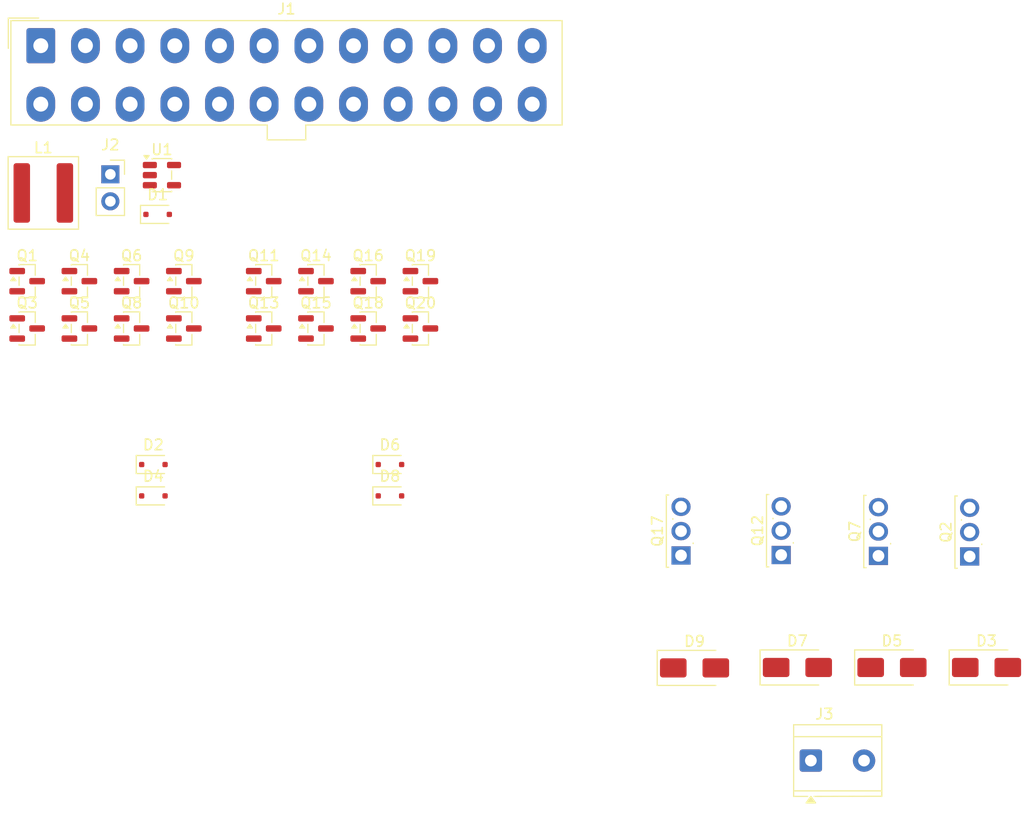
<source format=kicad_pcb>
(kicad_pcb (version 20241229) (generator "pcbnew") (generator_version "9.0")
  (layers (0 "F.Cu" signal) (2 "B.Cu" signal) (13 "F.Paste" user) (15 "B.Paste" user) (5 "F.SilkS" user "F.Silkscreen") (7 "B.SilkS" user "B.Silkscreen") (1 "F.Mask" user) (3 "B.Mask" user) (25 "Edge.Cuts" user))
  (net 0 "")
  (net 1 "/Ponte H/meia ponte B/M")
  (net 2 "/Ponte H/meia ponte A/M")
  (net 3 "/Ponte H/meia ponte A/Gh")
  (net 4 "V12")
  (net 5 "/Ponte H/meia ponte B/Gh")
  (net 6 "/Ponte H/meia ponte B/Gl")
  (net 7 "GND")
  (net 8 "/Ponte H/meia ponte A/Gl")
  (net 9 "Net-(D1-A)")
  (net 10 "Net-(U1-FB)")
  (net 11 "V05")
  (net 12 "Net-(Q1-B)")
  (net 13 "Net-(Q5-B)")
  (net 14 "Net-(Q10-C)")
  (net 15 "Net-(Q6-E)")
  (net 16 "Net-(D4-K)")
  (net 17 "Net-(Q11-B)")
  (net 18 "Net-(Q11-E)")
  (net 19 "Net-(Q15-B)")
  (net 20 "Net-(Q10-B)")
  (net 21 "Net-(Q16-E)")
  (net 22 "Net-(Q16-B)")
  (net 23 "Net-(D8-K)")
  (net 24 "Net-(Q20-B)")
  (net 25 "V22")
  (net 26 "Net-(D6-K)")
  (net 27 "Net-(Q1-E)")
  (net 28 "Net-(D2-K)")
  (net 29 "PWM_CW")
  (net 30 "PWM_CC")
  (net 31 "Net-(J1-PS_ON#)")
  (net 33 "V33")
  (footprint "Package_TO_SOT_SMD:SOT-23" (layer "F.Cu") (at 210.18 83.04)
    (property "Reference" "Q11" (at 0 -2.4 0) (layer "F.SilkS"))
    (property "Value" "BC817")
    (fp_line (start -0.76 -1.56) (end 0.76 -1.56) (stroke (width 0.12)) (layer "F.SilkS"))
    (fp_line (start -0.76 -1.51) (end -0.76 -1.56) (stroke (width 0.12)) (layer "F.SilkS"))
    (fp_line (start -0.76 0.39) (end -0.76 -0.39) (stroke (width 0.12)) (layer "F.SilkS"))
    (fp_line (start -0.76 1.56) (end -0.76 1.51) (stroke (width 0.12)) (layer "F.SilkS"))
    (fp_line (start 0.76 -1.56) (end 0.76 -0.56) (stroke (width 0.12)) (layer "F.SilkS"))
    (fp_line (start 0.76 0.56) (end 0.76 1.56) (stroke (width 0.12)) (layer "F.SilkS"))
    (fp_line (start 0.76 1.56) (end -0.76 1.56) (stroke (width 0.12)) (layer "F.SilkS"))
    (fp_poly (pts (xy -1.3 -0.38) (xy -1.06 -0.05) (xy -1.54 -0.05)) (stroke (width 0.12)) (fill yes) (layer "F.SilkS"))
    (pad "1" smd roundrect (at -0.9375 -0.95) (size 1.475 0.6) (layers "F.Cu" "F.Mask" "F.Paste") (net 17 "Net-(Q11-B)"))
    (pad "2" smd roundrect (at -0.9375 0.95) (size 1.475 0.6) (layers "F.Cu" "F.Mask" "F.Paste") (net 18 "Net-(Q11-E)"))
    (pad "3" smd roundrect (at 0.9375 0) (size 1.475 0.6) (layers "F.Cu" "F.Mask" "F.Paste") (net 25 "V22"))
  )
  (footprint "Package_TO_SOT_SMD:SOT-23" (layer "F.Cu") (at 220 83.04)
    (property "Reference" "Q16" (at 0 -2.4 0) (layer "F.SilkS"))
    (property "Value" "BC817")
    (fp_line (start -0.76 -1.56) (end 0.76 -1.56) (stroke (width 0.12)) (layer "F.SilkS"))
    (fp_line (start -0.76 -1.51) (end -0.76 -1.56) (stroke (width 0.12)) (layer "F.SilkS"))
    (fp_line (start -0.76 0.39) (end -0.76 -0.39) (stroke (width 0.12)) (layer "F.SilkS"))
    (fp_line (start -0.76 1.56) (end -0.76 1.51) (stroke (width 0.12)) (layer "F.SilkS"))
    (fp_line (start 0.76 -1.56) (end 0.76 -0.56) (stroke (width 0.12)) (layer "F.SilkS"))
    (fp_line (start 0.76 0.56) (end 0.76 1.56) (stroke (width 0.12)) (layer "F.SilkS"))
    (fp_line (start 0.76 1.56) (end -0.76 1.56) (stroke (width 0.12)) (layer "F.SilkS"))
    (fp_poly (pts (xy -1.3 -0.38) (xy -1.06 -0.05) (xy -1.54 -0.05)) (stroke (width 0.12)) (fill yes) (layer "F.SilkS"))
    (pad "1" smd roundrect (at -0.9375 -0.95) (size 1.475 0.6) (layers "F.Cu" "F.Mask" "F.Paste") (net 22 "Net-(Q16-B)"))
    (pad "2" smd roundrect (at -0.9375 0.95) (size 1.475 0.6) (layers "F.Cu" "F.Mask" "F.Paste") (net 21 "Net-(Q16-E)"))
    (pad "3" smd roundrect (at 0.9375 0) (size 1.475 0.6) (layers "F.Cu" "F.Mask" "F.Paste") (net 4 "V12"))
  )
  (footprint "Package_TO_SOT_SMD:SOT-23" (layer "F.Cu") (at 224.91 87.49)
    (property "Reference" "Q20" (at 0 -2.4 0) (layer "F.SilkS"))
    (property "Value" "BC817")
    (fp_line (start -0.76 -1.56) (end 0.76 -1.56) (stroke (width 0.12)) (layer "F.SilkS"))
    (fp_line (start -0.76 -1.51) (end -0.76 -1.56) (stroke (width 0.12)) (layer "F.SilkS"))
    (fp_line (start -0.76 0.39) (end -0.76 -0.39) (stroke (width 0.12)) (layer "F.SilkS"))
    (fp_line (start -0.76 1.56) (end -0.76 1.51) (stroke (width 0.12)) (layer "F.SilkS"))
    (fp_line (start 0.76 -1.56) (end 0.76 -0.56) (stroke (width 0.12)) (layer "F.SilkS"))
    (fp_line (start 0.76 0.56) (end 0.76 1.56) (stroke (width 0.12)) (layer "F.SilkS"))
    (fp_line (start 0.76 1.56) (end -0.76 1.56) (stroke (width 0.12)) (layer "F.SilkS"))
    (fp_poly (pts (xy -1.3 -0.38) (xy -1.06 -0.05) (xy -1.54 -0.05)) (stroke (width 0.12)) (fill yes) (layer "F.SilkS"))
    (pad "1" smd roundrect (at -0.9375 -0.95) (size 1.475 0.6) (layers "F.Cu" "F.Mask" "F.Paste") (net 24 "Net-(Q20-B)"))
    (pad "2" smd roundrect (at -0.9375 0.95) (size 1.475 0.6) (layers "F.Cu" "F.Mask" "F.Paste") (net 7 "GND"))
    (pad "3" smd roundrect (at 0.9375 0) (size 1.475 0.6) (layers "F.Cu" "F.Mask" "F.Paste") (net 22 "Net-(Q16-B)"))
  )
  (footprint "Package_TO_SOT_SMD:SOT-23" (layer "F.Cu") (at 215.09 83.04)
    (property "Reference" "Q14" (at 0 -2.4 0) (layer "F.SilkS"))
    (property "Value" "BC807")
    (fp_line (start -0.76 -1.56) (end 0.76 -1.56) (stroke (width 0.12)) (layer "F.SilkS"))
    (fp_line (start -0.76 -1.51) (end -0.76 -1.56) (stroke (width 0.12)) (layer "F.SilkS"))
    (fp_line (start -0.76 0.39) (end -0.76 -0.39) (stroke (width 0.12)) (layer "F.SilkS"))
    (fp_line (start -0.76 1.56) (end -0.76 1.51) (stroke (width 0.12)) (layer "F.SilkS"))
    (fp_line (start 0.76 -1.56) (end 0.76 -0.56) (stroke (width 0.12)) (layer "F.SilkS"))
    (fp_line (start 0.76 0.56) (end 0.76 1.56) (stroke (width 0.12)) (layer "F.SilkS"))
    (fp_line (start 0.76 1.56) (end -0.76 1.56) (stroke (width 0.12)) (layer "F.SilkS"))
    (fp_poly (pts (xy -1.3 -0.38) (xy -1.06 -0.05) (xy -1.54 -0.05)) (stroke (width 0.12)) (fill yes) (layer "F.SilkS"))
    (pad "1" smd roundrect (at -0.9375 -0.95) (size 1.475 0.6) (layers "F.Cu" "F.Mask" "F.Paste") (net 17 "Net-(Q11-B)"))
    (pad "2" smd roundrect (at -0.9375 0.95) (size 1.475 0.6) (layers "F.Cu" "F.Mask" "F.Paste") (net 18 "Net-(Q11-E)"))
    (pad "3" smd roundrect (at 0.9375 0) (size 1.475 0.6) (layers "F.Cu" "F.Mask" "F.Paste") (net 2 "/Ponte H/meia ponte A/M"))
  )
  (footprint "Package_TO_SOT_THT:TO-251-3_Vertical" (layer "F.Cu") (at 249.409982 108.844432 90)
    (property "Reference" "Q17" (at 2.29 -2.22 90) (layer "F.SilkS"))
    (property "Value" "NMOS")
    (fp_line (start 5.69 -1.38) (end 5.69 -1.16) (stroke (width 0.12)) (layer "F.SilkS"))
    (fp_line (start -1.11 -1.38) (end 5.69 -1.38) (stroke (width 0.12)) (layer "F.SilkS"))
    (fp_line (start -1.11 -1.16) (end -1.11 -1.38) (stroke (width 0.12)) (layer "F.SilkS"))
    (fp_line (start 3.409 -0.77) (end 3.461 -0.77) (stroke (width 0.12)) (layer "F.SilkS"))
    (fp_line (start 1.171 1.14) (end 1.119 1.14) (stroke (width 0.12)) (layer "F.SilkS"))
    (pad "1" thru_hole rect (at 0 0 90) (size 1.7175 1.8) (drill 1.1) (layers "*.Cu" "*.Mask") (net 2 "/Ponte H/meia ponte A/M"))
    (pad "2" thru_hole oval (at 2.29 0 90) (size 1.7175 1.8) (drill 1.1) (layers "*.Cu" "*.Mask") (net 8 "/Ponte H/meia ponte A/Gl"))
    (pad "3" thru_hole oval (at 4.58 0 90) (size 1.7175 1.8) (drill 1.1) (layers "*.Cu" "*.Mask") (net 7 "GND"))
  )
  (footprint "Package_TO_SOT_SMD:SOT-23" (layer "F.Cu") (at 224.91 83.04)
    (property "Reference" "Q19" (at 0 -2.4 0) (layer "F.SilkS"))
    (property "Value" "BC807")
    (fp_line (start -0.76 -1.56) (end 0.76 -1.56) (stroke (width 0.12)) (layer "F.SilkS"))
    (fp_line (start -0.76 -1.51) (end -0.76 -1.56) (stroke (width 0.12)) (layer "F.SilkS"))
    (fp_line (start -0.76 0.39) (end -0.76 -0.39) (stroke (width 0.12)) (layer "F.SilkS"))
    (fp_line (start -0.76 1.56) (end -0.76 1.51) (stroke (width 0.12)) (layer "F.SilkS"))
    (fp_line (start 0.76 -1.56) (end 0.76 -0.56) (stroke (width 0.12)) (layer "F.SilkS"))
    (fp_line (start 0.76 0.56) (end 0.76 1.56) (stroke (width 0.12)) (layer "F.SilkS"))
    (fp_line (start 0.76 1.56) (end -0.76 1.56) (stroke (width 0.12)) (layer "F.SilkS"))
    (fp_poly (pts (xy -1.3 -0.38) (xy -1.06 -0.05) (xy -1.54 -0.05)) (stroke (width 0.12)) (fill yes) (layer "F.SilkS"))
    (pad "1" smd roundrect (at -0.9375 -0.95) (size 1.475 0.6) (layers "F.Cu" "F.Mask" "F.Paste") (net 22 "Net-(Q16-B)"))
    (pad "2" smd roundrect (at -0.9375 0.95) (size 1.475 0.6) (layers "F.Cu" "F.Mask" "F.Paste") (net 21 "Net-(Q16-E)"))
    (pad "3" smd roundrect (at 0.9375 0) (size 1.475 0.6) (layers "F.Cu" "F.Mask" "F.Paste") (net 7 "GND"))
  )
  (footprint "Diode_SMD:D_SMA" (layer "F.Cu") (at 260.35 119.38)
    (property "Reference" "D7" (at 0 -2.5 0) (layer "F.SilkS"))
    (property "Value" "SMAJ15A")
    (fp_line (start -3.51 -1.65) (end -3.51 1.65) (stroke (width 0.12)) (layer "F.SilkS"))
    (fp_line (start -3.51 -1.65) (end 2 -1.65) (stroke (width 0.12)) (layer "F.SilkS"))
    (fp_line (start -3.51 1.65) (end 2 1.65) (stroke (width 0.12)) (layer "F.SilkS"))
    (pad "1" smd roundrect (at -2 0) (size 2.5 1.8) (layers "F.Cu" "F.Mask" "F.Paste") (roundrect_rratio 0.1388888889) (net 3 "/Ponte H/meia ponte A/Gh"))
    (pad "2" smd roundrect (at 2 0) (size 2.5 1.8) (layers "F.Cu" "F.Mask" "F.Paste") (roundrect_rratio 0.1388888889) (net 2 "/Ponte H/meia ponte A/M"))
  )
  (footprint "Package_TO_SOT_SMD:SOT-23" (layer "F.Cu") (at 187.94 87.49)
    (property "Reference" "Q3" (at 0 -2.4 0) (layer "F.SilkS"))
    (property "Value" "BC817")
    (fp_line (start -0.76 -1.56) (end 0.76 -1.56) (stroke (width 0.12)) (layer "F.SilkS"))
    (fp_line (start -0.76 -1.51) (end -0.76 -1.56) (stroke (width 0.12)) (layer "F.SilkS"))
    (fp_line (start -0.76 0.39) (end -0.76 -0.39) (stroke (width 0.12)) (layer "F.SilkS"))
    (fp_line (start -0.76 1.56) (end -0.76 1.51) (stroke (width 0.12)) (layer "F.SilkS"))
    (fp_line (start 0.76 -1.56) (end 0.76 -0.56) (stroke (width 0.12)) (layer "F.SilkS"))
    (fp_line (start 0.76 0.56) (end 0.76 1.56) (stroke (width 0.12)) (layer "F.SilkS"))
    (fp_line (start 0.76 1.56) (end -0.76 1.56) (stroke (width 0.12)) (layer "F.SilkS"))
    (fp_poly (pts (xy -1.3 -0.38) (xy -1.06 -0.05) (xy -1.54 -0.05)) (stroke (width 0.12)) (fill yes) (layer "F.SilkS"))
    (pad "1" smd roundrect (at -0.9375 -0.95) (size 1.475 0.6) (layers "F.Cu" "F.Mask" "F.Paste") (net 28 "Net-(D2-K)"))
    (pad "2" smd roundrect (at -0.9375 0.95) (size 1.475 0.6) (layers "F.Cu" "F.Mask" "F.Paste") (net 7 "GND"))
    (pad "3" smd roundrect (at 0.9375 0) (size 1.475 0.6) (layers "F.Cu" "F.Mask" "F.Paste") (net 12 "Net-(Q1-B)"))
  )
  (footprint "Inductor_SMD:L_Bourns_SRP6060FA" (layer "F.Cu") (at 189.46 74.74)
    (property "Reference" "L1" (at 0 -4.25 0) (layer "F.SilkS"))
    (property "Value" "15uH")
    (fp_line (start -3.31 -3.41) (end 3.31 -3.41) (stroke (width 0.12)) (layer "F.SilkS"))
    (fp_line (start -3.31 3.41) (end -3.31 -3.41) (stroke (width 0.12)) (layer "F.SilkS"))
    (fp_line (start 3.31 -3.41) (end 3.31 3.41) (stroke (width 0.12)) (layer "F.SilkS"))
    (fp_line (start 3.31 3.41) (end -3.31 3.41) (stroke (width 0.12)) (layer "F.SilkS"))
    (pad "1" smd roundrect (at -2.025 0) (size 1.55 5.6) (layers "F.Cu" "F.Mask" "F.Paste") (roundrect_rratio 0.16129) (net 11 "V05"))
    (pad "2" smd roundrect (at 2.025 0) (size 1.55 5.6) (layers "F.Cu" "F.Mask" "F.Paste") (roundrect_rratio 0.16129) (net 9 "Net-(D1-A)"))
  )
  (footprint "Package_TO_SOT_SMD:SOT-23" (layer "F.Cu") (at 192.85 83.04)
    (property "Reference" "Q4" (at 0 -2.4 0) (layer "F.SilkS"))
    (property "Value" "BC807")
    (fp_line (start -0.76 -1.56) (end 0.76 -1.56) (stroke (width 0.12)) (layer "F.SilkS"))
    (fp_line (start -0.76 -1.51) (end -0.76 -1.56) (stroke (width 0.12)) (layer "F.SilkS"))
    (fp_line (start -0.76 0.39) (end -0.76 -0.39) (stroke (width 0.12)) (layer "F.SilkS"))
    (fp_line (start -0.76 1.56) (end -0.76 1.51) (stroke (width 0.12)) (layer "F.SilkS"))
    (fp_line (start 0.76 -1.56) (end 0.76 -0.56) (stroke (width 0.12)) (layer "F.SilkS"))
    (fp_line (start 0.76 0.56) (end 0.76 1.56) (stroke (width 0.12)) (layer "F.SilkS"))
    (fp_line (start 0.76 1.56) (end -0.76 1.56) (stroke (width 0.12)) (layer "F.SilkS"))
    (fp_poly (pts (xy -1.3 -0.38) (xy -1.06 -0.05) (xy -1.54 -0.05)) (stroke (width 0.12)) (fill yes) (layer "F.SilkS"))
    (pad "1" smd roundrect (at -0.9375 -0.95) (size 1.475 0.6) (layers "F.Cu" "F.Mask" "F.Paste") (net 12 "Net-(Q1-B)"))
    (pad "2" smd roundrect (at -0.9375 0.95) (size 1.475 0.6) (layers "F.Cu" "F.Mask" "F.Paste") (net 27 "Net-(Q1-E)"))
    (pad "3" smd roundrect (at 0.9375 0) (size 1.475 0.6) (layers "F.Cu" "F.Mask" "F.Paste") (net 1 "/Ponte H/meia ponte B/M"))
  )
  (footprint "Package_TO_SOT_SMD:SOT-23-5" (layer "F.Cu") (at 200.61 73.065)
    (property "Reference" "U1" (at 0 -2.4 0) (layer "F.SilkS"))
    (property "Value" "AP3012")
    (fp_line (start -0.91 -1.56) (end 0.91 -1.56) (stroke (width 0.12)) (layer "F.SilkS"))
    (fp_line (start -0.91 -1.51) (end -0.91 -1.56) (stroke (width 0.12)) (layer "F.SilkS"))
    (fp_line (start -0.91 1.56) (end -0.91 1.51) (stroke (width 0.12)) (layer "F.SilkS"))
    (fp_line (start 0.91 -1.56) (end 0.91 -1.51) (stroke (width 0.12)) (layer "F.SilkS"))
    (fp_line (start 0.91 -0.39) (end 0.91 0.39) (stroke (width 0.12)) (layer "F.SilkS"))
    (fp_line (start 0.91 1.51) (end 0.91 1.56) (stroke (width 0.12)) (layer "F.SilkS"))
    (fp_line (start 0.91 1.56) (end -0.91 1.56) (stroke (width 0.12)) (layer "F.SilkS"))
    (fp_poly (pts (xy -1.45 -1.51) (xy -1.69 -1.84) (xy -1.21 -1.84)) (stroke (width 0.12)) (fill yes) (layer "F.SilkS"))
    (pad "1" smd roundrect (at -1.1375 -0.95) (size 1.325 0.6) (layers "F.Cu" "F.Mask" "F.Paste") (net 9 "Net-(D1-A)"))
    (pad "2" smd roundrect (at -1.1375 0) (size 1.325 0.6) (layers "F.Cu" "F.Mask" "F.Paste") (net 7 "GND"))
    (pad "3" smd roundrect (at -1.1375 0.95) (size 1.325 0.6) (layers "F.Cu" "F.Mask" "F.Paste") (net 10 "Net-(U1-FB)"))
    (pad "4" smd roundrect (at 1.1375 0.95) (size 1.325 0.6) (layers "F.Cu" "F.Mask" "F.Paste") (net 11 "V05"))
    (pad "5" smd roundrect (at 1.1375 -0.95) (size 1.325 0.6) (layers "F.Cu" "F.Mask" "F.Paste") (net 11 "V05"))
  )
  (footprint "Package_TO_SOT_SMD:SOT-23" (layer "F.Cu") (at 202.67 87.49)
    (property "Reference" "Q10" (at 0 -2.4 0) (layer "F.SilkS"))
    (property "Value" "BC817")
    (fp_line (start -0.76 -1.56) (end 0.76 -1.56) (stroke (width 0.12)) (layer "F.SilkS"))
    (fp_line (start -0.76 -1.51) (end -0.76 -1.56) (stroke (width 0.12)) (layer "F.SilkS"))
    (fp_line (start -0.76 0.39) (end -0.76 -0.39) (stroke (width 0.12)) (layer "F.SilkS"))
    (fp_line (start -0.76 1.56) (end -0.76 1.51) (stroke (width 0.12)) (layer "F.SilkS"))
    (fp_line (start 0.76 -1.56) (end 0.76 -0.56) (stroke (width 0.12)) (layer "F.SilkS"))
    (fp_line (start 0.76 0.56) (end 0.76 1.56) (stroke (width 0.12)) (layer "F.SilkS"))
    (fp_line (start 0.76 1.56) (end -0.76 1.56) (stroke (width 0.12)) (layer "F.SilkS"))
    (fp_poly (pts (xy -1.3 -0.38) (xy -1.06 -0.05) (xy -1.54 -0.05)) (stroke (width 0.12)) (fill yes) (layer "F.SilkS"))
    (pad "1" smd roundrect (at -0.9375 -0.95) (size 1.475 0.6) (layers "F.Cu" "F.Mask" "F.Paste") (net 20 "Net-(Q10-B)"))
    (pad "2" smd roundrect (at -0.9375 0.95) (size 1.475 0.6) (layers "F.Cu" "F.Mask" "F.Paste") (net 7 "GND"))
    (pad "3" smd roundrect (at 0.9375 0) (size 1.475 0.6) (layers "F.Cu" "F.Mask" "F.Paste") (net 14 "Net-(Q10-C)"))
  )
  (footprint "Package_TO_SOT_SMD:SOT-23" (layer "F.Cu") (at 187.94 83.04)
    (property "Reference" "Q1" (at 0 -2.4 0) (layer "F.SilkS"))
    (property "Value" "BC817")
    (fp_line (start -0.76 -1.56) (end 0.76 -1.56) (stroke (width 0.12)) (layer "F.SilkS"))
    (fp_line (start -0.76 -1.51) (end -0.76 -1.56) (stroke (width 0.12)) (layer "F.SilkS"))
    (fp_line (start -0.76 0.39) (end -0.76 -0.39) (stroke (width 0.12)) (layer "F.SilkS"))
    (fp_line (start -0.76 1.56) (end -0.76 1.51) (stroke (width 0.12)) (layer "F.SilkS"))
    (fp_line (start 0.76 -1.56) (end 0.76 -0.56) (stroke (width 0.12)) (layer "F.SilkS"))
    (fp_line (start 0.76 0.56) (end 0.76 1.56) (stroke (width 0.12)) (layer "F.SilkS"))
    (fp_line (start 0.76 1.56) (end -0.76 1.56) (stroke (width 0.12)) (layer "F.SilkS"))
    (fp_poly (pts (xy -1.3 -0.38) (xy -1.06 -0.05) (xy -1.54 -0.05)) (stroke (width 0.12)) (fill yes) (layer "F.SilkS"))
    (pad "1" smd roundrect (at -0.9375 -0.95) (size 1.475 0.6) (layers "F.Cu" "F.Mask" "F.Paste") (net 12 "Net-(Q1-B)"))
    (pad "2" smd roundrect (at -0.9375 0.95) (size 1.475 0.6) (layers "F.Cu" "F.Mask" "F.Paste") (net 27 "Net-(Q1-E)"))
    (pad "3" smd roundrect (at 0.9375 0) (size 1.475 0.6) (layers "F.Cu" "F.Mask" "F.Paste") (net 25 "V22"))
  )
  (footprint "Connector_PinSocket_2.54mm:PinSocket_1x02_P2.54mm_Vertical" (layer "F.Cu") (at 195.76 72.99)
    (property "Reference" "J2" (at 0 -2.77 0) (layer "F.SilkS"))
    (property "Value" "Conn_01x02_Pin")
    (fp_line (start -1.33 1.27) (end -1.33 3.87) (stroke (width 0.12)) (layer "F.SilkS"))
    (fp_line (start -1.33 1.27) (end 1.33 1.27) (stroke (width 0.12)) (layer "F.SilkS"))
    (fp_line (start -1.33 3.87) (end 1.33 3.87) (stroke (width 0.12)) (layer "F.SilkS"))
    (fp_line (start 0 -1.33) (end 1.33 -1.33) (stroke (width 0.12)) (layer "F.SilkS"))
    (fp_line (start 1.33 -1.33) (end 1.33 0) (stroke (width 0.12)) (layer "F.SilkS"))
    (fp_line (start 1.33 1.27) (end 1.33 3.87) (stroke (width 0.12)) (layer "F.SilkS"))
    (pad "1" thru_hole rect (at 0 0) (size 1.7 1.7) (drill 1) (layers "*.Cu" "*.Mask") (net 31 "Net-(J1-PS_ON#)"))
    (pad "2" thru_hole circle (at 0 2.54) (size 1.7 1.7) (drill 1) (layers "*.Cu" "*.Mask") (net 7 "GND"))
  )
  (footprint "Diode_SMD:D_SOD-323F" (layer "F.Cu") (at 222.045 103.24)
    (property "Reference" "D8" (at 0 -1.85 0) (layer "F.SilkS"))
    (property "Value" "BAS516")
    (fp_line (start -1.61 -0.85) (end -1.61 0.85) (stroke (width 0.12)) (layer "F.SilkS"))
    (fp_line (start -1.61 -0.85) (end 1.05 -0.85) (stroke (width 0.12)) (layer "F.SilkS"))
    (fp_line (start -1.61 0.85) (end 1.05 0.85) (stroke (width 0.12)) (layer "F.SilkS"))
    (pad "1" smd roundrect (at -1.1 0) (size 0.5 0.5) (layers "F.Cu" "F.Mask" "F.Paste") (net 23 "Net-(D8-K)"))
    (pad "2" smd roundrect (at 1.1 0) (size 0.5 0.5) (layers "F.Cu" "F.Mask" "F.Paste") (net 30 "PWM_CC"))
  )
  (footprint "Diode_SMD:D_SOD-323F" (layer "F.Cu") (at 199.805 100.29)
    (property "Reference" "D2" (at 0 -1.85 0) (layer "F.SilkS"))
    (property "Value" "BAS516")
    (fp_line (start -1.61 -0.85) (end -1.61 0.85) (stroke (width 0.12)) (layer "F.SilkS"))
    (fp_line (start -1.61 -0.85) (end 1.05 -0.85) (stroke (width 0.12)) (layer "F.SilkS"))
    (fp_line (start -1.61 0.85) (end 1.05 0.85) (stroke (width 0.12)) (layer "F.SilkS"))
    (pad "1" smd roundrect (at -1.1 0) (size 0.5 0.5) (layers "F.Cu" "F.Mask" "F.Paste") (net 28 "Net-(D2-K)"))
    (pad "2" smd roundrect (at 1.1 0) (size 0.5 0.5) (layers "F.Cu" "F.Mask" "F.Paste") (net 30 "PWM_CC"))
  )
  (footprint "Diode_SMD:D_SMA" (layer "F.Cu") (at 278.13 119.38)
    (property "Reference" "D3" (at 0 -2.5 0) (layer "F.SilkS"))
    (property "Value" "SMAJ15A")
    (fp_line (start -3.51 -1.65) (end -3.51 1.65) (stroke (width 0.12)) (layer "F.SilkS"))
    (fp_line (start -3.51 -1.65) (end 2 -1.65) (stroke (width 0.12)) (layer "F.SilkS"))
    (fp_line (start -3.51 1.65) (end 2 1.65) (stroke (width 0.12)) (layer "F.SilkS"))
    (pad "1" smd roundrect (at -2 0) (size 2.5 1.8) (layers "F.Cu" "F.Mask" "F.Paste") (roundrect_rratio 0.1388888889) (net 5 "/Ponte H/meia ponte B/Gh"))
    (pad "2" smd roundrect (at 2 0) (size 2.5 1.8) (layers "F.Cu" "F.Mask" "F.Paste") (roundrect_rratio 0.1388888889) (net 1 "/Ponte H/meia ponte B/M"))
  )
  (footprint "Connector_Molex:Molex_Mini-Fit_Jr_5566-24A_2x12_P4.20mm_Vertical" (layer "F.Cu") (at 189.22 60.89)
    (property "Reference" "J1" (at 23.1 -3.45 0) (layer "F.SilkS"))
    (property "Value" "ATX-24")
    (fp_line (start -3.05 -2.6) (end -3.05 0.25) (stroke (width 0.12)) (layer "F.SilkS"))
    (fp_line (start -2.81 -2.36) (end -2.81 7.46) (stroke (width 0.12)) (layer "F.SilkS"))
    (fp_line (start -2.81 7.46) (end 21.29 7.46) (stroke (width 0.12)) (layer "F.SilkS"))
    (fp_line (start -0.2 -2.6) (end -3.05 -2.6) (stroke (width 0.12)) (layer "F.SilkS"))
    (fp_line (start 21.29 7.46) (end 21.29 8.86) (stroke (width 0.12)) (layer "F.SilkS"))
    (fp_line (start 21.29 8.86) (end 23.1 8.86) (stroke (width 0.12)) (layer "F.SilkS"))
    (fp_line (start 23.1 -2.36) (end -2.81 -2.36) (stroke (width 0.12)) (layer "F.SilkS"))
    (fp_line (start 23.1 -2.36) (end 49.01 -2.36) (stroke (width 0.12)) (layer "F.SilkS"))
    (fp_line (start 24.91 7.46) (end 24.91 8.86) (stroke (width 0.12)) (layer "F.SilkS"))
    (fp_line (start 24.91 8.86) (end 23.1 8.86) (stroke (width 0.12)) (layer "F.SilkS"))
    (fp_line (start 49.01 -2.36) (end 49.01 7.46) (stroke (width 0.12)) (layer "F.SilkS"))
    (fp_line (start 49.01 7.46) (end 24.91 7.46) (stroke (width 0.12)) (layer "F.SilkS"))
    (pad "1" thru_hole roundrect (at 0 0) (size 2.7 3.3) (drill 1.4) (layers "*.Cu" "*.Mask") (roundrect_rratio 0.092593) (net 33 "V33"))
    (pad "2" thru_hole oval (at 4.2 0) (size 2.7 3.3) (drill 1.4) (layers "*.Cu" "*.Mask") (net 33 "V33"))
    (pad "3" thru_hole oval (at 8.4 0) (size 2.7 3.3) (drill 1.4) (layers "*.Cu" "*.Mask") (net 7 "GND"))
    (pad "4" thru_hole oval (at 12.6 0) (size 2.7 3.3) (drill 1.4) (layers "*.Cu" "*.Mask") (net 11 "V05"))
    (pad "5" thru_hole oval (at 16.8 0) (size 2.7 3.3) (drill 1.4) (layers "*.Cu" "*.Mask") (net 7 "GND"))
    (pad "6" thru_hole oval (at 21 0) (size 2.7 3.3) (drill 1.4) (layers "*.Cu" "*.Mask") (net 11 "V05"))
    (pad "7" thru_hole oval (at 25.2 0) (size 2.7 3.3) (drill 1.4) (layers "*.Cu" "*.Mask") (net 7 "GND"))
    (pad "8" thru_hole oval (at 29.4 0) (size 2.7 3.3) (drill 1.4) (layers "*.Cu" "*.Mask"))
    (pad "9" thru_hole oval (at 33.6 0) (size 2.7 3.3) (drill 1.4) (layers "*.Cu" "*.Mask"))
    (pad "10" thru_hole oval (at 37.8 0) (size 2.7 3.3) (drill 1.4) (layers "*.Cu" "*.Mask") (net 4 "V12"))
    (pad "11" thru_hole oval (at 42 0) (size 2.7 3.3) (drill 1.4) (layers "*.Cu" "*.Mask") (net 4 "V12"))
    (pad "12" thru_hole oval (at 46.2 0) (size 2.7 3.3) (drill 1.4) (layers "*.Cu" "*.Mask") (net 33 "V33"))
    (pad "13" thru_hole oval (at 0 5.5) (size 2.7 3.3) (drill 1.4) (layers "*.Cu" "*.Mask") (net 33 "V33"))
    (pad "14" thru_hole oval (at 4.2 5.5) (size 2.7 3.3) (drill 1.4) (layers "*.Cu" "*.Mask"))
    (pad "15" thru_hole oval (at 8.4 5.5) (size 2.7 3.3) (drill 1.4) (layers "*.Cu" "*.Mask") (net 7 "GND"))
    (pad "16" thru_hole oval (at 12.6 5.5) (size 2.7 3.3) (drill 1.4) (layers "*.Cu" "*.Mask") (net 31 "Net-(J1-PS_ON#)"))
    (pad "17" thru_hole oval (at 16.8 5.5) (size 2.7 3.3) (drill 1.4) (layers "*.Cu" "*.Mask") (net 7 "GND"))
    (pad "18" thru_hole oval (at 21 5.5) (size 2.7 3.3) (drill 1.4) (layers "*.Cu" "*.Mask") (net 7 "GND"))
    (pad "19" thru_hole oval (at 25.2 5.5) (size 2.7 3.3) (drill 1.4) (layers "*.Cu" "*.Mask") (net 7 "GND"))
    (pad "20" thru_hole oval (at 29.4 5.5) (size 2.7 3.3) (drill 1.4) (layers "*.Cu" "*.Mask"))
    (pad "21" thru_hole oval (at 33.6 5.5) (size 2.7 3.3) (drill 1.4) (layers "*.Cu" "*.Mask") (net 11 "V05"))
    (pad "22" thru_hole oval (at 37.8 5.5) (size 2.7 3.3) (drill 1.4) (layers "*.Cu" "*.Mask") (net 11 "V05"))
    (pad "23" thru_hole oval (at 42 5.5) (size 2.7 3.3) (drill 1.4) (layers "*.Cu" "*.Mask") (net 11 "V05"))
    (pad "24" thru_hole oval (at 46.2 5.5) (size 2.7 3.3) (drill 1.4) (layers "*.Cu" "*.Mask") (net 7 "GND"))
  )
  (footprint "Package_TO_SOT_SMD:SOT-23" (layer "F.Cu") (at 210.18 87.49)
    (property "Reference" "Q13" (at 0 -2.4 0) (layer "F.SilkS"))
    (property "Value" "BC817")
    (fp_line (start -0.76 -1.56) (end 0.76 -1.56) (stroke (width 0.12)) (layer "F.SilkS"))
    (fp_line (start -0.76 -1.51) (end -0.76 -1.56) (stroke (width 0.12)) (layer "F.SilkS"))
    (fp_line (start -0.76 0.39) (end -0.76 -0.39) (stroke (width 0.12)) (layer "F.SilkS"))
    (fp_line (start -0.76 1.56) (end -0.76 1.51) (stroke (width 0.12)) (layer "F.SilkS"))
    (fp_line (start 0.76 -1.56) (end 0.76 -0.56) (stroke (width 0.12)) (layer "F.SilkS"))
    (fp_line (start 0.76 0.56) (end 0.76 1.56) (stroke (width 0.12)) (layer "F.SilkS"))
    (fp_line (start 0.76 1.56) (end -0.76 1.56) (stroke (width 0.12)) (layer "F.SilkS"))
    (fp_poly (pts (xy -1.3 -0.38) (xy -1.06 -0.05) (xy -1.54 -0.05)) (stroke (width 0.12)) (fill yes) (layer "F.SilkS"))
    (pad "1" smd roundrect (at -0.9375 -0.95) (size 1.475 0.6) (layers "F.Cu" "F.Mask" "F.Paste") (net 26 "Net-(D6-K)"))
    (pad "2" smd roundrect (at -0.9375 0.95) (size 1.475 0.6) (layers "F.Cu" "F.Mask" "F.Paste") (net 7 "GND"))
    (pad "3" smd roundrect (at 0.9375 0) (size 1.475 0.6) (layers "F.Cu" "F.Mask" "F.Paste") (net 17 "Net-(Q11-B)"))
  )
  (footprint "Package_TO_SOT_SMD:SOT-23" (layer "F.Cu") (at 192.85 87.49)
    (property "Reference" "Q5" (at 0 -2.4 0) (layer "F.SilkS"))
    (property "Value" "BC817")
    (fp_line (start -0.76 -1.56) (end 0.76 -1.56) (stroke (width 0.12)) (layer "F.SilkS"))
    (fp_line (start -0.76 -1.51) (end -0.76 -1.56) (stroke (width 0.12)) (layer "F.SilkS"))
    (fp_line (start -0.76 0.39) (end -0.76 -0.39) (stroke (width 0.12)) (layer "F.SilkS"))
    (fp_line (start -0.76 1.56) (end -0.76 1.51) (stroke (width 0.12)) (layer "F.SilkS"))
    (fp_line (start 0.76 -1.56) (end 0.76 -0.56) (stroke (width 0.12)) (layer "F.SilkS"))
    (fp_line (start 0.76 0.56) (end 0.76 1.56) (stroke (width 0.12)) (layer "F.SilkS"))
    (fp_line (start 0.76 1.56) (end -0.76 1.56) (stroke (width 0.12)) (layer "F.SilkS"))
    (fp_poly (pts (xy -1.3 -0.38) (xy -1.06 -0.05) (xy -1.54 -0.05)) (stroke (width 0.12)) (fill yes) (layer "F.SilkS"))
    (pad "1" smd roundrect (at -0.9375 -0.95) (size 1.475 0.6) (layers "F.Cu" "F.Mask" "F.Paste") (net 13 "Net-(Q5-B)"))
    (pad "2" smd roundrect (at -0.9375 0.95) (size 1.475 0.6) (layers "F.Cu" "F.Mask" "F.Paste") (net 7 "GND"))
    (pad "3" smd roundrect (at 0.9375 0) (size 1.475 0.6) (layers "F.Cu" "F.Mask" "F.Paste") (net 12 "Net-(Q1-B)"))
  )
  (footprint "Diode_SMD:D_SOD-323F" (layer "F.Cu") (at 222.045 100.29)
    (property "Reference" "D6" (at 0 -1.85 0) (layer "F.SilkS"))
    (property "Value" "BAS516")
    (fp_line (start -1.61 -0.85) (end -1.61 0.85) (stroke (width 0.12)) (layer "F.SilkS"))
    (fp_line (start -1.61 -0.85) (end 1.05 -0.85) (stroke (width 0.12)) (layer "F.SilkS"))
    (fp_line (start -1.61 0.85) (end 1.05 0.85) (stroke (width 0.12)) (layer "F.SilkS"))
    (pad "1" smd roundrect (at -1.1 0) (size 0.5 0.5) (layers "F.Cu" "F.Mask" "F.Paste") (net 26 "Net-(D6-K)"))
    (pad "2" smd roundrect (at 1.1 0) (size 0.5 0.5) (layers "F.Cu" "F.Mask" "F.Paste") (net 29 "PWM_CW"))
  )
  (footprint "TerminalBlock_TE-Connectivity:TerminalBlock_TE_282843-2_1x02_P10.16mm_Horizontal" (layer "F.Cu") (at 261.615742 128.1375)
    (property "Reference" "J3" (at 1.27 -4.37 0) (layer "F.SilkS"))
    (property "Value" "Conn_01x02_Pin")
    (fp_line (start -1.62 -3.37) (end 6.632819 -3.37) (stroke (width 0.12)) (layer "F.SilkS"))
    (fp_line (start -1.62 -2.25) (end 6.640206 -2.25) (stroke (width 0.12)) (layer "F.SilkS"))
    (fp_line (start -1.62 2.85) (end 6.657691 2.85) (stroke (width 0.12)) (layer "F.SilkS"))
    (fp_line (start -1.62 3.37) (end -1.62 -3.37) (stroke (width 0.12)) (layer "F.SilkS"))
    (fp_line (start -0.3 3.37) (end -1.62 3.37) (stroke (width 0.12)) (layer "F.SilkS"))
    (fp_line (start 6.668793 -3.383288) (end 6.668793 3.356712) (stroke (width 0.12)) (layer "F.SilkS"))
    (fp_line (start 6.668793 3.356712) (end 0.3 3.37) (stroke (width 0.12)) (layer "F.SilkS"))
    (fp_poly (pts (xy 0 3.37) (xy 0.44 3.98) (xy -0.44 3.98)) (stroke (width 0.12)) (fill yes) (layer "F.SilkS"))
    (pad "1" thru_hole roundrect (at 0 0) (size 2.1 2.1) (drill 1.1) (layers "*.Cu" "*.Mask") (roundrect_rratio 0.119048) (net 2 "/Ponte H/meia ponte A/M"))
    (pad "2" thru_hole circle (at 5 0) (size 2.1 2.1) (drill 1.1) (layers "*.Cu" "*.Mask") (net 1 "/Ponte H/meia ponte B/M"))
  )
  (footprint "Package_TO_SOT_SMD:SOT-23" (layer "F.Cu") (at 197.76 87.49)
    (property "Reference" "Q8" (at 0 -2.4 0) (layer "F.SilkS"))
    (property "Value" "BC817")
    (fp_line (start -0.76 -1.56) (end 0.76 -1.56) (stroke (width 0.12)) (layer "F.SilkS"))
    (fp_line (start -0.76 -1.51) (end -0.76 -1.56) (stroke (width 0.12)) (layer "F.SilkS"))
    (fp_line (start -0.76 0.39) (end -0.76 -0.39) (stroke (width 0.12)) (layer "F.SilkS"))
    (fp_line (start -0.76 1.56) (end -0.76 1.51) (stroke (width 0.12)) (layer "F.SilkS"))
    (fp_line (start 0.76 -1.56) (end 0.76 -0.56) (stroke (width 0.12)) (layer "F.SilkS"))
    (fp_line (start 0.76 0.56) (end 0.76 1.56) (stroke (width 0.12)) (layer "F.SilkS"))
    (fp_line (start 0.76 1.56) (end -0.76 1.56) (stroke (width 0.12)) (layer "F.SilkS"))
    (fp_poly (pts (xy -1.3 -0.38) (xy -1.06 -0.05) (xy -1.54 -0.05)) (stroke (width 0.12)) (fill yes) (layer "F.SilkS"))
    (pad "1" smd roundrect (at -0.9375 -0.95) (size 1.475 0.6) (layers "F.Cu" "F.Mask" "F.Paste") (net 16 "Net-(D4-K)"))
    (pad "2" smd roundrect (at -0.9375 0.95) (size 1.475 0.6) (layers "F.Cu" "F.Mask" "F.Paste") (net 7 "GND"))
    (pad "3" smd roundrect (at 0.9375 0) (size 1.475 0.6) (layers "F.Cu" "F.Mask" "F.Paste") (net 14 "Net-(Q10-C)"))
  )
  (footprint "Package_TO_SOT_THT:TO-251-3_Vertical" (layer "F.Cu") (at 276.541756 108.936875 90)
    (property "Reference" "Q2" (at 2.29 -2.22 90) (layer "F.SilkS"))
    (property "Value" "NMOS")
    (fp_line (start 5.69 -1.38) (end 5.69 -1.16) (stroke (width 0.12)) (layer "F.SilkS"))
    (fp_line (start -1.11 -1.38) (end 5.69 -1.38) (stroke (width 0.12)) (layer "F.SilkS"))
    (fp_line (start -1.11 -1.16) (end -1.11 -1.38) (stroke (width 0.12)) (layer "F.SilkS"))
    (fp_line (start 3.409 -0.77) (end 3.461 -0.77) (stroke (width 0.12)) (layer "F.SilkS"))
    (fp_line (start 1.171 1.14) (end 1.119 1.14) (stroke (width 0.12)) (layer "F.SilkS"))
    (pad "1" thru_hole rect (at 0 0 90) (size 1.7175 1.8) (drill 1.1) (layers "*.Cu" "*.Mask") (net 4 "V12"))
    (pad "2" thru_hole oval (at 2.29 0 90) (size 1.7175 1.8) (drill 1.1) (layers "*.Cu" "*.Mask") (net 5 "/Ponte H/meia ponte B/Gh"))
    (pad "3" thru_hole oval (at 4.58 0 90) (size 1.7175 1.8) (drill 1.1) (layers "*.Cu" "*.Mask") (net 1 "/Ponte H/meia ponte B/M"))
  )
  (footprint "Package_TO_SOT_THT:TO-251-3_Vertical" (layer "F.Cu") (at 258.825 108.805 90)
    (property "Reference" "Q12" (at 2.29 -2.22 90) (layer "F.SilkS"))
    (property "Value" "NMOS")
    (fp_line (start 5.69 -1.38) (end 5.69 -1.16) (stroke (width 0.12)) (layer "F.SilkS"))
    (fp_line (start -1.11 -1.38) (end 5.69 -1.38) (stroke (width 0.12)) (layer "F.SilkS"))
    (fp_line (start -1.11 -1.16) (end -1.11 -1.38) (stroke (width 0.12)) (layer "F.SilkS"))
    (fp_line (start 3.409 -0.77) (end 3.461 -0.77) (stroke (width 0.12)) (layer "F.SilkS"))
    (fp_line (start 1.171 1.14) (end 1.119 1.14) (stroke (width 0.12)) (layer "F.SilkS"))
    (pad "1" thru_hole rect (at 0 0 90) (size 1.7175 1.8) (drill 1.1) (layers "*.Cu" "*.Mask") (net 4 "V12"))
    (pad "2" thru_hole oval (at 2.29 0 90) (size 1.7175 1.8) (drill 1.1) (layers "*.Cu" "*.Mask") (net 3 "/Ponte H/meia ponte A/Gh"))
    (pad "3" thru_hole oval (at 4.58 0 90) (size 1.7175 1.8) (drill 1.1) (layers "*.Cu" "*.Mask") (net 2 "/Ponte H/meia ponte A/M"))
  )
  (footprint "Diode_SMD:D_SMA" (layer "F.Cu") (at 250.679982 119.419432)
    (property "Reference" "D9" (at 0 -2.5 0) (layer "F.SilkS"))
    (property "Value" "SMAJ15A")
    (fp_line (start -3.51 -1.65) (end -3.51 1.65) (stroke (width 0.12)) (layer "F.SilkS"))
    (fp_line (start -3.51 -1.65) (end 2 -1.65) (stroke (width 0.12)) (layer "F.SilkS"))
    (fp_line (start -3.51 1.65) (end 2 1.65) (stroke (width 0.12)) (layer "F.SilkS"))
    (pad "1" smd roundrect (at -2 0) (size 2.5 1.8) (layers "F.Cu" "F.Mask" "F.Paste") (roundrect_rratio 0.1388888889) (net 8 "/Ponte H/meia ponte A/Gl"))
    (pad "2" smd roundrect (at 2 0) (size 2.5 1.8) (layers "F.Cu" "F.Mask" "F.Paste") (roundrect_rratio 0.1388888889) (net 7 "GND"))
  )
  (footprint "Diode_SMD:D_SMA" (layer "F.Cu") (at 269.24 119.38)
    (property "Reference" "D5" (at 0 -2.5 0) (layer "F.SilkS"))
    (property "Value" "SMAJ15A")
    (fp_line (start -3.51 -1.65) (end -3.51 1.65) (stroke (width 0.12)) (layer "F.SilkS"))
    (fp_line (start -3.51 -1.65) (end 2 -1.65) (stroke (width 0.12)) (layer "F.SilkS"))
    (fp_line (start -3.51 1.65) (end 2 1.65) (stroke (width 0.12)) (layer "F.SilkS"))
    (pad "1" smd roundrect (at -2 0) (size 2.5 1.8) (layers "F.Cu" "F.Mask" "F.Paste") (roundrect_rratio 0.1388888889) (net 6 "/Ponte H/meia ponte B/Gl"))
    (pad "2" smd roundrect (at 2 0) (size 2.5 1.8) (layers "F.Cu" "F.Mask" "F.Paste") (roundrect_rratio 0.1388888889) (net 7 "GND"))
  )
  (footprint "Package_TO_SOT_SMD:SOT-23" (layer "F.Cu") (at 202.67 83.04)
    (property "Reference" "Q9" (at 0 -2.4 0) (layer "F.SilkS"))
    (property "Value" "BC807")
    (fp_line (start -0.76 -1.56) (end 0.76 -1.56) (stroke (width 0.12)) (layer "F.SilkS"))
    (fp_line (start -0.76 -1.51) (end -0.76 -1.56) (stroke (width 0.12)) (layer "F.SilkS"))
    (fp_line (start -0.76 0.39) (end -0.76 -0.39) (stroke (width 0.12)) (layer "F.SilkS"))
    (fp_line (start -0.76 1.56) (end -0.76 1.51) (stroke (width 0.12)) (layer "F.SilkS"))
    (fp_line (start 0.76 -1.56) (end 0.76 -0.56) (stroke (width 0.12)) (layer "F.SilkS"))
    (fp_line (start 0.76 0.56) (end 0.76 1.56) (stroke (width 0.12)) (layer "F.SilkS"))
    (fp_line (start 0.76 1.56) (end -0.76 1.56) (stroke (width 0.12)) (layer "F.SilkS"))
    (fp_poly (pts (xy -1.3 -0.38) (xy -1.06 -0.05) (xy -1.54 -0.05)) (stroke (width 0.12)) (fill yes) (layer "F.SilkS"))
    (pad "1" smd roundrect (at -0.9375 -0.95) (size 1.475 0.6) (layers "F.Cu" "F.Mask" "F.Paste") (net 14 "Net-(Q10-C)"))
    (pad "2" smd roundrect (at -0.9375 0.95) (size 1.475 0.6) (layers "F.Cu" "F.Mask" "F.Paste") (net 15 "Net-(Q6-E)"))
    (pad "3" smd roundrect (at 0.9375 0) (size 1.475 0.6) (layers "F.Cu" "F.Mask" "F.Paste") (net 7 "GND"))
  )
  (footprint "Package_TO_SOT_THT:TO-251-3_Vertical" (layer "F.Cu") (at 267.97 108.880532 90)
    (property "Reference" "Q7" (at 2.29 -2.22 90) (layer "F.SilkS"))
    (property "Value" "NMOS")
    (fp_line (start 5.69 -1.38) (end 5.69 -1.16) (stroke (width 0.12)) (layer "F.SilkS"))
    (fp_line (start -1.11 -1.38) (end 5.69 -1.38) (stroke (width 0.12)) (layer "F.SilkS"))
    (fp_line (start -1.11 -1.16) (end -1.11 -1.38) (stroke (width 0.12)) (layer "F.SilkS"))
    (fp_line (start 3.409 -0.77) (end 3.461 -0.77) (stroke (width 0.12)) (layer "F.SilkS"))
    (fp_line (start 1.171 1.14) (end 1.119 1.14) (stroke (width 0.12)) (layer "F.SilkS"))
    (pad "1" thru_hole rect (at 0 0 90) (size 1.7175 1.8) (drill 1.1) (layers "*.Cu" "*.Mask") (net 1 "/Ponte H/meia ponte B/M"))
    (pad "2" thru_hole oval (at 2.29 0 90) (size 1.7175 1.8) (drill 1.1) (layers "*.Cu" "*.Mask") (net 6 "/Ponte H/meia ponte B/Gl"))
    (pad "3" thru_hole oval (at 4.58 0 90) (size 1.7175 1.8) (drill 1.1) (layers "*.Cu" "*.Mask") (net 7 "GND"))
  )
  (footprint "Diode_SMD:D_SOD-323F" (layer "F.Cu") (at 200.205 76.76)
    (property "Reference" "D1" (at 0 -1.85 0) (layer "F.SilkS"))
    (property "Value" "BAS516")
    (fp_line (start -1.61 -0.85) (end -1.61 0.85) (stroke (width 0.12)) (layer "F.SilkS"))
    (fp_line (start -1.61 -0.85) (end 1.05 -0.85) (stroke (width 0.12)) (layer "F.SilkS"))
    (fp_line (start -1.61 0.85) (end 1.05 0.85) (stroke (width 0.12)) (layer "F.SilkS"))
    (pad "1" smd roundrect (at -1.1 0) (size 0.5 0.5) (layers "F.Cu" "F.Mask" "F.Paste") (net 25 "V22"))
    (pad "2" smd roundrect (at 1.1 0) (size 0.5 0.5) (layers "F.Cu" "F.Mask" "F.Paste") (net 9 "Net-(D1-A)"))
  )
  (footprint "Package_TO_SOT_SMD:SOT-23" (layer "F.Cu") (at 215.09 87.49)
    (property "Reference" "Q15" (at 0 -2.4 0) (layer "F.SilkS"))
    (property "Value" "BC817")
    (fp_line (start -0.76 -1.56) (end 0.76 -1.56) (stroke (width 0.12)) (layer "F.SilkS"))
    (fp_line (start -0.76 -1.51) (end -0.76 -1.56) (stroke (width 0.12)) (layer "F.SilkS"))
    (fp_line (start -0.76 0.39) (end -0.76 -0.39) (stroke (width 0.12)) (layer "F.SilkS"))
    (fp_line (start -0.76 1.56) (end -0.76 1.51) (stroke (width 0.12)) (layer "F.SilkS"))
    (fp_line (start 0.76 -1.56) (end 0.76 -0.56) (stroke (width 0.12)) (layer "F.SilkS"))
    (fp_line (start 0.76 0.56) (end 0.76 1.56) (stroke (width 0.12)) (layer "F.SilkS"))
    (fp_line (start 0.76 1.56) (end -0.76 1.56) (stroke (width 0.12)) (layer "F.SilkS"))
    (fp_poly (pts (xy -1.3 -0.38) (xy -1.06 -0.05) (xy -1.54 -0.05)) (stroke (width 0.12)) (fill yes) (layer "F.SilkS"))
    (pad "1" smd roundrect (at -0.9375 -0.95) (size 1.475 0.6) (layers "F.Cu" "F.Mask" "F.Paste") (net 19 "Net-(Q15-B)"))
    (pad "2" smd roundrect (at -0.9375 0.95) (size 1.475 0.6) (layers "F.Cu" "F.Mask" "F.Paste") (net 7 "GND"))
    (pad "3" smd roundrect (at 0.9375 0) (size 1.475 0.6) (layers "F.Cu" "F.Mask" "F.Paste") (net 17 "Net-(Q11-B)"))
  )
  (footprint "Diode_SMD:D_SOD-323F" (layer "F.Cu") (at 199.805 103.24)
    (property "Reference" "D4" (at 0 -1.85 0) (layer "F.SilkS"))
    (property "Value" "BAS516")
    (fp_line (start -1.61 -0.85) (end -1.61 0.85) (stroke (width 0.12)) (layer "F.SilkS"))
    (fp_line (start -1.61 -0.85) (end 1.05 -0.85) (stroke (width 0.12)) (layer "F.SilkS"))
    (fp_line (start -1.61 0.85) (end 1.05 0.85) (stroke (width 0.12)) (layer "F.SilkS"))
    (pad "1" smd roundrect (at -1.1 0) (size 0.5 0.5) (layers "F.Cu" "F.Mask" "F.Paste") (net 16 "Net-(D4-K)"))
    (pad "2" smd roundrect (at 1.1 0) (size 0.5 0.5) (layers "F.Cu" "F.Mask" "F.Paste") (net 29 "PWM_CW"))
  )
  (footprint "Package_TO_SOT_SMD:SOT-23" (layer "F.Cu") (at 220 87.49)
    (property "Reference" "Q18" (at 0 -2.4 0) (layer "F.SilkS"))
    (property "Value" "BC817")
    (fp_line (start -0.76 -1.56) (end 0.76 -1.56) (stroke (width 0.12)) (layer "F.SilkS"))
    (fp_line (start -0.76 -1.51) (end -0.76 -1.56) (stroke (width 0.12)) (layer "F.SilkS"))
    (fp_line (start -0.76 0.39) (end -0.76 -0.39) (stroke (width 0.12)) (layer "F.SilkS"))
    (fp_line (start -0.76 1.56) (end -0.76 1.51) (stroke (width 0.12)) (layer "F.SilkS"))
    (fp_line (start 0.76 -1.56) (end 0.76 -0.56) (stroke (width 0.12)) (layer "F.SilkS"))
    (fp_line (start 0.76 0.56) (end 0.76 1.56) (stroke (width 0.12)) (layer "F.SilkS"))
    (fp_line (start 0.76 1.56) (end -0.76 1.56) (stroke (width 0.12)) (layer "F.SilkS"))
    (fp_poly (pts (xy -1.3 -0.38) (xy -1.06 -0.05) (xy -1.54 -0.05)) (stroke (width 0.12)) (fill yes) (layer "F.SilkS"))
    (pad "1" smd roundrect (at -0.9375 -0.95) (size 1.475 0.6) (layers "F.Cu" "F.Mask" "F.Paste") (net 23 "Net-(D8-K)"))
    (pad "2" smd roundrect (at -0.9375 0.95) (size 1.475 0.6) (layers "F.Cu" "F.Mask" "F.Paste") (net 7 "GND"))
    (pad "3" smd roundrect (at 0.9375 0) (size 1.475 0.6) (layers "F.Cu" "F.Mask" "F.Paste") (net 22 "Net-(Q16-B)"))
  )
  (footprint "Package_TO_SOT_SMD:SOT-23" (layer "F.Cu") (at 197.76 83.04)
    (property "Reference" "Q6" (at 0 -2.4 0) (layer "F.SilkS"))
    (property "Value" "BC817")
    (fp_line (start -0.76 -1.56) (end 0.76 -1.56) (stroke (width 0.12)) (layer "F.SilkS"))
    (fp_line (start -0.76 -1.51) (end -0.76 -1.56) (stroke (width 0.12)) (layer "F.SilkS"))
    (fp_line (start -0.76 0.39) (end -0.76 -0.39) (stroke (width 0.12)) (layer "F.SilkS"))
    (fp_line (start -0.76 1.56) (end -0.76 1.51) (stroke (width 0.12)) (layer "F.SilkS"))
    (fp_line (start 0.76 -1.56) (end 0.76 -0.56) (stroke (width 0.12)) (layer "F.SilkS"))
    (fp_line (start 0.76 0.56) (end 0.76 1.56) (stroke (width 0.12)) (layer "F.SilkS"))
    (fp_line (start 0.76 1.56) (end -0.76 1.56) (stroke (width 0.12)) (layer "F.SilkS"))
    (fp_poly (pts (xy -1.3 -0.38) (xy -1.06 -0.05) (xy -1.54 -0.05)) (stroke (width 0.12)) (fill yes) (layer "F.SilkS"))
    (pad "1" smd roundrect (at -0.9375 -0.95) (size 1.475 0.6) (layers "F.Cu" "F.Mask" "F.Paste") (net 14 "Net-(Q10-C)"))
    (pad "2" smd roundrect (at -0.9375 0.95) (size 1.475 0.6) (layers "F.Cu" "F.Mask" "F.Paste") (net 15 "Net-(Q6-E)"))
    (pad "3" smd roundrect (at 0.9375 0) (size 1.475 0.6) (layers "F.Cu" "F.Mask" "F.Paste") (net 4 "V12"))
  )
)
</source>
